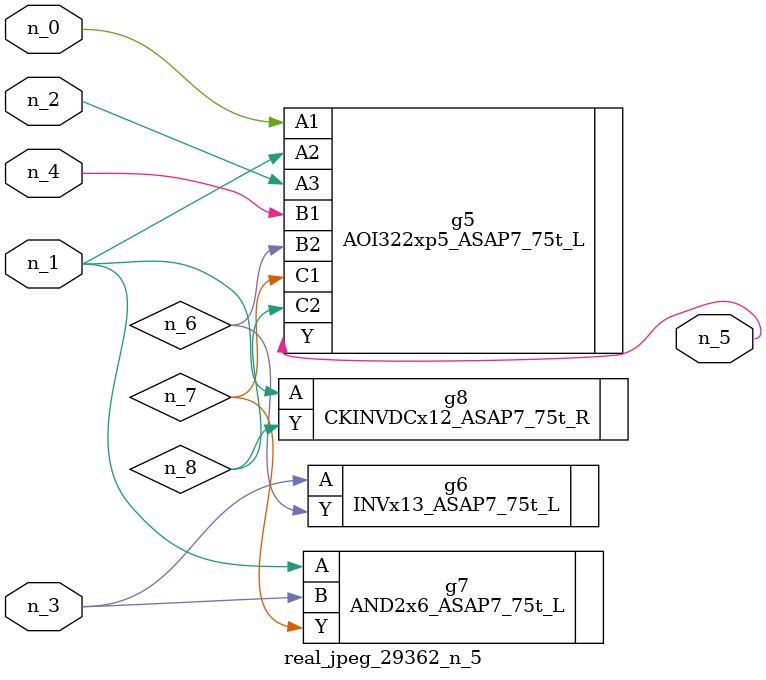
<source format=v>
module real_jpeg_29362_n_5 (n_4, n_0, n_1, n_2, n_3, n_5);

input n_4;
input n_0;
input n_1;
input n_2;
input n_3;

output n_5;

wire n_8;
wire n_6;
wire n_7;

AOI322xp5_ASAP7_75t_L g5 ( 
.A1(n_0),
.A2(n_1),
.A3(n_2),
.B1(n_4),
.B2(n_6),
.C1(n_7),
.C2(n_8),
.Y(n_5)
);

AND2x6_ASAP7_75t_L g7 ( 
.A(n_1),
.B(n_3),
.Y(n_7)
);

CKINVDCx12_ASAP7_75t_R g8 ( 
.A(n_1),
.Y(n_8)
);

INVx13_ASAP7_75t_L g6 ( 
.A(n_3),
.Y(n_6)
);


endmodule
</source>
